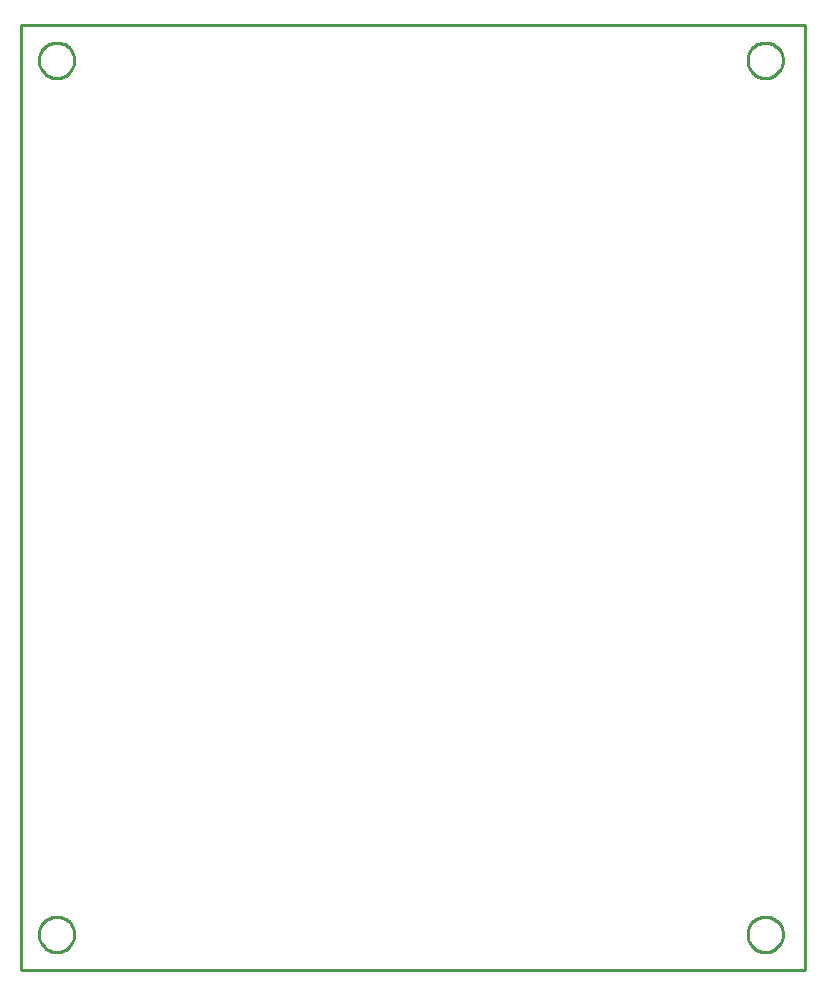
<source format=gbr>
G04 EAGLE Gerber X2 export*
%TF.Part,Single*%
%TF.FileFunction,Profile,NP*%
%TF.FilePolarity,Positive*%
%TF.GenerationSoftware,Autodesk,EAGLE,9.2.2*%
%TF.CreationDate,2018-12-07T06:18:27Z*%
G75*
%MOMM*%
%FSLAX34Y34*%
%LPD*%
%IN*%
%AMOC8*
5,1,8,0,0,1.08239X$1,22.5*%
G01*
%ADD10C,0.254000*%


D10*
X-30000Y0D02*
X633600Y0D01*
X633600Y800000D01*
X-30000Y800000D01*
X-30000Y0D01*
X15000Y29464D02*
X14924Y28396D01*
X14771Y27335D01*
X14543Y26288D01*
X14241Y25260D01*
X13867Y24256D01*
X13422Y23281D01*
X12908Y22341D01*
X12329Y21440D01*
X11687Y20582D01*
X10985Y19772D01*
X10228Y19015D01*
X9418Y18313D01*
X8560Y17671D01*
X7659Y17092D01*
X6719Y16578D01*
X5744Y16133D01*
X4740Y15759D01*
X3712Y15457D01*
X2665Y15229D01*
X1604Y15076D01*
X536Y15000D01*
X-536Y15000D01*
X-1604Y15076D01*
X-2665Y15229D01*
X-3712Y15457D01*
X-4740Y15759D01*
X-5744Y16133D01*
X-6719Y16578D01*
X-7659Y17092D01*
X-8560Y17671D01*
X-9418Y18313D01*
X-10228Y19015D01*
X-10985Y19772D01*
X-11687Y20582D01*
X-12329Y21440D01*
X-12908Y22341D01*
X-13422Y23281D01*
X-13867Y24256D01*
X-14241Y25260D01*
X-14543Y26288D01*
X-14771Y27335D01*
X-14924Y28396D01*
X-15000Y29464D01*
X-15000Y30536D01*
X-14924Y31604D01*
X-14771Y32665D01*
X-14543Y33712D01*
X-14241Y34740D01*
X-13867Y35744D01*
X-13422Y36719D01*
X-12908Y37659D01*
X-12329Y38560D01*
X-11687Y39418D01*
X-10985Y40228D01*
X-10228Y40985D01*
X-9418Y41687D01*
X-8560Y42329D01*
X-7659Y42908D01*
X-6719Y43422D01*
X-5744Y43867D01*
X-4740Y44241D01*
X-3712Y44543D01*
X-2665Y44771D01*
X-1604Y44924D01*
X-536Y45000D01*
X536Y45000D01*
X1604Y44924D01*
X2665Y44771D01*
X3712Y44543D01*
X4740Y44241D01*
X5744Y43867D01*
X6719Y43422D01*
X7659Y42908D01*
X8560Y42329D01*
X9418Y41687D01*
X10228Y40985D01*
X10985Y40228D01*
X11687Y39418D01*
X12329Y38560D01*
X12908Y37659D01*
X13422Y36719D01*
X13867Y35744D01*
X14241Y34740D01*
X14543Y33712D01*
X14771Y32665D01*
X14924Y31604D01*
X15000Y30536D01*
X15000Y29464D01*
X15000Y769464D02*
X14924Y768396D01*
X14771Y767335D01*
X14543Y766288D01*
X14241Y765260D01*
X13867Y764256D01*
X13422Y763281D01*
X12908Y762341D01*
X12329Y761440D01*
X11687Y760582D01*
X10985Y759772D01*
X10228Y759015D01*
X9418Y758313D01*
X8560Y757671D01*
X7659Y757092D01*
X6719Y756578D01*
X5744Y756133D01*
X4740Y755759D01*
X3712Y755457D01*
X2665Y755229D01*
X1604Y755076D01*
X536Y755000D01*
X-536Y755000D01*
X-1604Y755076D01*
X-2665Y755229D01*
X-3712Y755457D01*
X-4740Y755759D01*
X-5744Y756133D01*
X-6719Y756578D01*
X-7659Y757092D01*
X-8560Y757671D01*
X-9418Y758313D01*
X-10228Y759015D01*
X-10985Y759772D01*
X-11687Y760582D01*
X-12329Y761440D01*
X-12908Y762341D01*
X-13422Y763281D01*
X-13867Y764256D01*
X-14241Y765260D01*
X-14543Y766288D01*
X-14771Y767335D01*
X-14924Y768396D01*
X-15000Y769464D01*
X-15000Y770536D01*
X-14924Y771604D01*
X-14771Y772665D01*
X-14543Y773712D01*
X-14241Y774740D01*
X-13867Y775744D01*
X-13422Y776719D01*
X-12908Y777659D01*
X-12329Y778560D01*
X-11687Y779418D01*
X-10985Y780228D01*
X-10228Y780985D01*
X-9418Y781687D01*
X-8560Y782329D01*
X-7659Y782908D01*
X-6719Y783422D01*
X-5744Y783867D01*
X-4740Y784241D01*
X-3712Y784543D01*
X-2665Y784771D01*
X-1604Y784924D01*
X-536Y785000D01*
X536Y785000D01*
X1604Y784924D01*
X2665Y784771D01*
X3712Y784543D01*
X4740Y784241D01*
X5744Y783867D01*
X6719Y783422D01*
X7659Y782908D01*
X8560Y782329D01*
X9418Y781687D01*
X10228Y780985D01*
X10985Y780228D01*
X11687Y779418D01*
X12329Y778560D01*
X12908Y777659D01*
X13422Y776719D01*
X13867Y775744D01*
X14241Y774740D01*
X14543Y773712D01*
X14771Y772665D01*
X14924Y771604D01*
X15000Y770536D01*
X15000Y769464D01*
X615000Y29464D02*
X614924Y28396D01*
X614771Y27335D01*
X614543Y26288D01*
X614241Y25260D01*
X613867Y24256D01*
X613422Y23281D01*
X612908Y22341D01*
X612329Y21440D01*
X611687Y20582D01*
X610985Y19772D01*
X610228Y19015D01*
X609418Y18313D01*
X608560Y17671D01*
X607659Y17092D01*
X606719Y16578D01*
X605744Y16133D01*
X604740Y15759D01*
X603712Y15457D01*
X602665Y15229D01*
X601604Y15076D01*
X600536Y15000D01*
X599464Y15000D01*
X598396Y15076D01*
X597335Y15229D01*
X596288Y15457D01*
X595260Y15759D01*
X594256Y16133D01*
X593281Y16578D01*
X592341Y17092D01*
X591440Y17671D01*
X590582Y18313D01*
X589772Y19015D01*
X589015Y19772D01*
X588313Y20582D01*
X587671Y21440D01*
X587092Y22341D01*
X586578Y23281D01*
X586133Y24256D01*
X585759Y25260D01*
X585457Y26288D01*
X585229Y27335D01*
X585076Y28396D01*
X585000Y29464D01*
X585000Y30536D01*
X585076Y31604D01*
X585229Y32665D01*
X585457Y33712D01*
X585759Y34740D01*
X586133Y35744D01*
X586578Y36719D01*
X587092Y37659D01*
X587671Y38560D01*
X588313Y39418D01*
X589015Y40228D01*
X589772Y40985D01*
X590582Y41687D01*
X591440Y42329D01*
X592341Y42908D01*
X593281Y43422D01*
X594256Y43867D01*
X595260Y44241D01*
X596288Y44543D01*
X597335Y44771D01*
X598396Y44924D01*
X599464Y45000D01*
X600536Y45000D01*
X601604Y44924D01*
X602665Y44771D01*
X603712Y44543D01*
X604740Y44241D01*
X605744Y43867D01*
X606719Y43422D01*
X607659Y42908D01*
X608560Y42329D01*
X609418Y41687D01*
X610228Y40985D01*
X610985Y40228D01*
X611687Y39418D01*
X612329Y38560D01*
X612908Y37659D01*
X613422Y36719D01*
X613867Y35744D01*
X614241Y34740D01*
X614543Y33712D01*
X614771Y32665D01*
X614924Y31604D01*
X615000Y30536D01*
X615000Y29464D01*
X615000Y769464D02*
X614924Y768396D01*
X614771Y767335D01*
X614543Y766288D01*
X614241Y765260D01*
X613867Y764256D01*
X613422Y763281D01*
X612908Y762341D01*
X612329Y761440D01*
X611687Y760582D01*
X610985Y759772D01*
X610228Y759015D01*
X609418Y758313D01*
X608560Y757671D01*
X607659Y757092D01*
X606719Y756578D01*
X605744Y756133D01*
X604740Y755759D01*
X603712Y755457D01*
X602665Y755229D01*
X601604Y755076D01*
X600536Y755000D01*
X599464Y755000D01*
X598396Y755076D01*
X597335Y755229D01*
X596288Y755457D01*
X595260Y755759D01*
X594256Y756133D01*
X593281Y756578D01*
X592341Y757092D01*
X591440Y757671D01*
X590582Y758313D01*
X589772Y759015D01*
X589015Y759772D01*
X588313Y760582D01*
X587671Y761440D01*
X587092Y762341D01*
X586578Y763281D01*
X586133Y764256D01*
X585759Y765260D01*
X585457Y766288D01*
X585229Y767335D01*
X585076Y768396D01*
X585000Y769464D01*
X585000Y770536D01*
X585076Y771604D01*
X585229Y772665D01*
X585457Y773712D01*
X585759Y774740D01*
X586133Y775744D01*
X586578Y776719D01*
X587092Y777659D01*
X587671Y778560D01*
X588313Y779418D01*
X589015Y780228D01*
X589772Y780985D01*
X590582Y781687D01*
X591440Y782329D01*
X592341Y782908D01*
X593281Y783422D01*
X594256Y783867D01*
X595260Y784241D01*
X596288Y784543D01*
X597335Y784771D01*
X598396Y784924D01*
X599464Y785000D01*
X600536Y785000D01*
X601604Y784924D01*
X602665Y784771D01*
X603712Y784543D01*
X604740Y784241D01*
X605744Y783867D01*
X606719Y783422D01*
X607659Y782908D01*
X608560Y782329D01*
X609418Y781687D01*
X610228Y780985D01*
X610985Y780228D01*
X611687Y779418D01*
X612329Y778560D01*
X612908Y777659D01*
X613422Y776719D01*
X613867Y775744D01*
X614241Y774740D01*
X614543Y773712D01*
X614771Y772665D01*
X614924Y771604D01*
X615000Y770536D01*
X615000Y769464D01*
M02*

</source>
